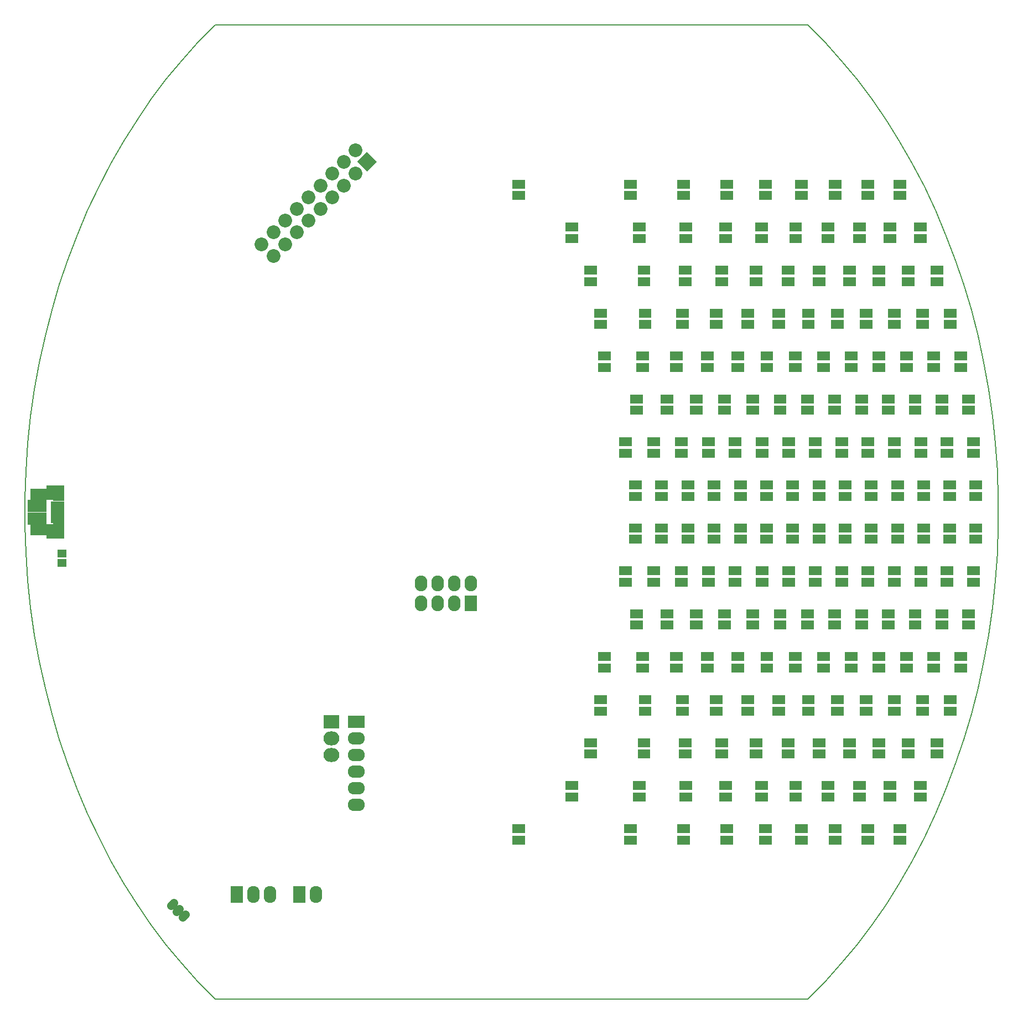
<source format=gts>
G04 #@! TF.FileFunction,Soldermask,Top*
%FSLAX46Y46*%
G04 Gerber Fmt 4.6, Leading zero omitted, Abs format (unit mm)*
G04 Created by KiCad (PCBNEW (2016-03-23 BZR 6647, Git bc699c8)-product) date Tue 29 Mar 2016 10:28:28 CEST*
%MOMM*%
G01*
G04 APERTURE LIST*
%ADD10C,0.100000*%
%ADD11C,0.150000*%
%ADD12R,0.975000X1.450000*%
%ADD13R,1.924000X2.599640*%
%ADD14O,1.924000X2.599640*%
%ADD15R,1.924000X2.398980*%
%ADD16O,1.924000X2.398980*%
%ADD17R,2.599640X1.924000*%
%ADD18O,2.599640X1.924000*%
%ADD19R,2.150060X0.798780*%
%ADD20R,2.899360X1.824940*%
%ADD21R,1.799540X2.398980*%
%ADD22R,2.851100X1.700480*%
%ADD23R,1.101040X2.226260*%
%ADD24R,1.400760X1.299160*%
%ADD25C,1.299160*%
%ADD26R,2.432000X2.127200*%
%ADD27O,2.432000X2.127200*%
%ADD28C,2.127200*%
G04 APERTURE END LIST*
D10*
D11*
X197948385Y-78128726D02*
X195352726Y-75500000D01*
X200448266Y-80901017D02*
X197948385Y-78128726D01*
X202847375Y-83811335D02*
X200448266Y-80901017D01*
X205140919Y-86853867D02*
X202847375Y-83811335D01*
X207324318Y-90022535D02*
X205140919Y-86853867D01*
X209393210Y-93311010D02*
X207324318Y-90022535D01*
X211343462Y-96712723D02*
X209393210Y-93311010D01*
X213171179Y-100220879D02*
X211343462Y-96712723D01*
X214872709Y-103828470D02*
X213171179Y-100220879D01*
X216444654Y-107528291D02*
X214872709Y-103828470D01*
X217883874Y-111312950D02*
X216444654Y-107528291D01*
X219187494Y-115174887D02*
X217883874Y-111312950D01*
X220352910Y-119106388D02*
X219187494Y-115174887D01*
X221377794Y-123099601D02*
X220352910Y-119106388D01*
X222260098Y-127146548D02*
X221377794Y-123099601D01*
X222998061Y-131239145D02*
X222260098Y-127146548D01*
X223590208Y-135369218D02*
X222998061Y-131239145D01*
X224035356Y-139528516D02*
X223590208Y-135369218D01*
X224332617Y-143708731D02*
X224035356Y-139528516D01*
X224481396Y-147901513D02*
X224332617Y-143708731D01*
X224481396Y-152098487D02*
X224481396Y-147901513D01*
X224332617Y-156291269D02*
X224481396Y-152098487D01*
X224035356Y-160471484D02*
X224332617Y-156291269D01*
X223590208Y-164630782D02*
X224035356Y-160471484D01*
X222998061Y-168760855D02*
X223590208Y-164630782D01*
X222260098Y-172853452D02*
X222998061Y-168760855D01*
X221377794Y-176900399D02*
X222260098Y-172853452D01*
X220352910Y-180893612D02*
X221377794Y-176900399D01*
X219187494Y-184825113D02*
X220352910Y-180893612D01*
X217883874Y-188687050D02*
X219187494Y-184825113D01*
X216444654Y-192471709D02*
X217883874Y-188687050D01*
X214872709Y-196171530D02*
X216444654Y-192471709D01*
X213171179Y-199779121D02*
X214872709Y-196171530D01*
X211343462Y-203287277D02*
X213171179Y-199779121D01*
X209393210Y-206688990D02*
X211343462Y-203287277D01*
X207324318Y-209977465D02*
X209393210Y-206688990D01*
X205140919Y-213146133D02*
X207324318Y-209977465D01*
X202847375Y-216188665D02*
X205140919Y-213146133D01*
X200448266Y-219098983D02*
X202847375Y-216188665D01*
X197948385Y-221871274D02*
X200448266Y-219098983D01*
X195352726Y-224500000D02*
X197948385Y-221871274D01*
X104647274Y-224500000D02*
X195352726Y-224500000D01*
X102051615Y-221871274D02*
X104647274Y-224500000D01*
X99551734Y-219098983D02*
X102051615Y-221871274D01*
X97152625Y-216188665D02*
X99551734Y-219098983D01*
X94859081Y-213146133D02*
X97152625Y-216188665D01*
X92675682Y-209977465D02*
X94859081Y-213146133D01*
X90606790Y-206688990D02*
X92675682Y-209977465D01*
X88656538Y-203287277D02*
X90606790Y-206688990D01*
X86828821Y-199779121D02*
X88656538Y-203287277D01*
X85127291Y-196171530D02*
X86828821Y-199779121D01*
X83555346Y-192471709D02*
X85127291Y-196171530D01*
X82116126Y-188687050D02*
X83555346Y-192471709D01*
X80812506Y-184825113D02*
X82116126Y-188687050D01*
X79647090Y-180893612D02*
X80812506Y-184825113D01*
X78622206Y-176900399D02*
X79647090Y-180893612D01*
X77739902Y-172853452D02*
X78622206Y-176900399D01*
X77001939Y-168760855D02*
X77739902Y-172853452D01*
X76409792Y-164630782D02*
X77001939Y-168760855D01*
X75964644Y-160471484D02*
X76409792Y-164630782D01*
X75667383Y-156291269D02*
X75964644Y-160471484D01*
X75518604Y-152098487D02*
X75667383Y-156291269D01*
X75518604Y-147901513D02*
X75518604Y-152098487D01*
X75667383Y-143708731D02*
X75518604Y-147901513D01*
X75964644Y-139528516D02*
X75667383Y-143708731D01*
X76409792Y-135369218D02*
X75964644Y-139528516D01*
X77001939Y-131239145D02*
X76409792Y-135369218D01*
X77739902Y-127146548D02*
X77001939Y-131239145D01*
X78622206Y-123099601D02*
X77739902Y-127146548D01*
X79647090Y-119106388D02*
X78622206Y-123099601D01*
X80812506Y-115174887D02*
X79647090Y-119106388D01*
X82116126Y-111312950D02*
X80812506Y-115174887D01*
X83555346Y-107528291D02*
X82116126Y-111312950D01*
X85127291Y-103828470D02*
X83555346Y-107528291D01*
X86828821Y-100220879D02*
X85127291Y-103828470D01*
X88656538Y-96712723D02*
X86828821Y-100220879D01*
X90606790Y-93311010D02*
X88656538Y-96712723D01*
X92675682Y-90022535D02*
X90606790Y-93311010D01*
X94859081Y-86853867D02*
X92675682Y-90022535D01*
X97152625Y-83811335D02*
X94859081Y-86853867D01*
X99551734Y-80901017D02*
X97152625Y-83811335D01*
X102051615Y-78128726D02*
X99551734Y-80901017D01*
X104647274Y-75500000D02*
X102051615Y-78128726D01*
X195352726Y-75500000D02*
X104647274Y-75500000D01*
D12*
X185707990Y-119556767D03*
X186632990Y-119556767D03*
X186632990Y-121306767D03*
X185707990Y-121306767D03*
D13*
X107920000Y-208500000D03*
D14*
X110460000Y-208500000D03*
X113000000Y-208500000D03*
D12*
X150604070Y-99844611D03*
X151529070Y-99844611D03*
X151529070Y-101594611D03*
X150604070Y-101594611D03*
X167704173Y-99844611D03*
X168629173Y-99844611D03*
X168629173Y-101594611D03*
X167704173Y-101594611D03*
X175822828Y-99844611D03*
X176747828Y-99844611D03*
X176747828Y-101594611D03*
X175822828Y-101594611D03*
X182458753Y-99844611D03*
X183383753Y-99844611D03*
X183383753Y-101594611D03*
X182458753Y-101594611D03*
X188379480Y-99844611D03*
X189304480Y-99844611D03*
X189304480Y-101594611D03*
X188379480Y-101594611D03*
X193872473Y-99844611D03*
X194797473Y-99844611D03*
X194797473Y-101594611D03*
X193872473Y-101594611D03*
X199080212Y-99844611D03*
X200005212Y-99844611D03*
X200005212Y-101594611D03*
X199080212Y-101594611D03*
X204084459Y-99844611D03*
X205009459Y-99844611D03*
X205009459Y-101594611D03*
X204084459Y-101594611D03*
X208936668Y-99844611D03*
X209861668Y-99844611D03*
X209861668Y-101594611D03*
X208936668Y-101594611D03*
X158740103Y-106415330D03*
X159665103Y-106415330D03*
X159665103Y-108165330D03*
X158740103Y-108165330D03*
X169071531Y-106415330D03*
X169996531Y-106415330D03*
X169996531Y-108165330D03*
X169071531Y-108165330D03*
X176192121Y-106415330D03*
X177117121Y-106415330D03*
X177117121Y-108165330D03*
X176192121Y-108165330D03*
X182269125Y-106415330D03*
X183194125Y-106415330D03*
X183194125Y-108165330D03*
X182269125Y-108165330D03*
X187803016Y-106415330D03*
X188728016Y-106415330D03*
X188728016Y-108165330D03*
X187803016Y-108165330D03*
X193001740Y-106415330D03*
X193926740Y-106415330D03*
X193926740Y-108165330D03*
X193001740Y-108165330D03*
X197973340Y-106415330D03*
X198898340Y-106415330D03*
X198898340Y-108165330D03*
X197973340Y-108165330D03*
X202781477Y-106415330D03*
X203706477Y-106415330D03*
X203706477Y-108165330D03*
X202781477Y-108165330D03*
X207466867Y-106415330D03*
X208391867Y-106415330D03*
X208391867Y-108165330D03*
X207466867Y-108165330D03*
X212057113Y-106415330D03*
X212982113Y-106415330D03*
X212982113Y-108165330D03*
X212057113Y-108165330D03*
X161615975Y-112986048D03*
X162540975Y-112986048D03*
X162540975Y-114736048D03*
X161615975Y-114736048D03*
X169805209Y-112986048D03*
X170730209Y-112986048D03*
X170730209Y-114736048D03*
X169805209Y-114736048D03*
X176139576Y-112986048D03*
X177064576Y-112986048D03*
X177064576Y-114736048D03*
X176139576Y-114736048D03*
X181733166Y-112986048D03*
X182658166Y-112986048D03*
X182658166Y-114736048D03*
X181733166Y-114736048D03*
X186920001Y-112986048D03*
X187845001Y-112986048D03*
X187845001Y-114736048D03*
X186920001Y-114736048D03*
X191849931Y-112986048D03*
X192774931Y-112986048D03*
X192774931Y-114736048D03*
X191849931Y-114736048D03*
X196603754Y-112986048D03*
X197528754Y-112986048D03*
X197528754Y-114736048D03*
X196603754Y-114736048D03*
X201230079Y-112986048D03*
X202155079Y-112986048D03*
X202155079Y-114736048D03*
X201230079Y-114736048D03*
X205760388Y-112986048D03*
X206685388Y-112986048D03*
X206685388Y-114736048D03*
X205760388Y-114736048D03*
X210216192Y-112986048D03*
X211141192Y-112986048D03*
X211141192Y-114736048D03*
X210216192Y-114736048D03*
X214612796Y-112986048D03*
X215537796Y-112986048D03*
X215537796Y-114736048D03*
X214612796Y-114736048D03*
X163129502Y-119556767D03*
X164054502Y-119556767D03*
X164054502Y-121306767D03*
X163129502Y-121306767D03*
X169973570Y-119556767D03*
X170898570Y-119556767D03*
X170898570Y-121306767D03*
X169973570Y-121306767D03*
X175662649Y-119556767D03*
X176587649Y-119556767D03*
X176587649Y-121306767D03*
X175662649Y-121306767D03*
X180833089Y-119556767D03*
X181758089Y-119556767D03*
X181758089Y-121306767D03*
X180833089Y-121306767D03*
X190393280Y-119556767D03*
X191318280Y-119556767D03*
X191318280Y-121306767D03*
X190393280Y-121306767D03*
X194947689Y-119556767D03*
X195872689Y-119556767D03*
X195872689Y-121306767D03*
X194947689Y-121306767D03*
X199407087Y-119556767D03*
X200332087Y-119556767D03*
X200332087Y-121306767D03*
X199407087Y-121306767D03*
X203794906Y-119556767D03*
X204719906Y-119556767D03*
X204719906Y-121306767D03*
X203794906Y-121306767D03*
X208127231Y-119556767D03*
X209052231Y-119556767D03*
X209052231Y-121306767D03*
X208127231Y-121306767D03*
X212415533Y-119556767D03*
X213340533Y-119556767D03*
X213340533Y-121306767D03*
X212415533Y-121306767D03*
X216668249Y-119556767D03*
X217593249Y-119556767D03*
X217593249Y-121306767D03*
X216668249Y-121306767D03*
X163723648Y-126127485D03*
X164648648Y-126127485D03*
X164648648Y-127877485D03*
X163723648Y-127877485D03*
X169590860Y-126127485D03*
X170515860Y-126127485D03*
X170515860Y-127877485D03*
X169590860Y-127877485D03*
X174737256Y-126127485D03*
X175662256Y-126127485D03*
X175662256Y-127877485D03*
X174737256Y-127877485D03*
X179536136Y-126127485D03*
X180461136Y-126127485D03*
X180461136Y-127877485D03*
X179536136Y-127877485D03*
X184132422Y-126127485D03*
X185057422Y-126127485D03*
X185057422Y-127877485D03*
X184132422Y-127877485D03*
X188597698Y-126127485D03*
X189522698Y-126127485D03*
X189522698Y-127877485D03*
X188597698Y-127877485D03*
X192972388Y-126127485D03*
X193897388Y-126127485D03*
X193897388Y-127877485D03*
X192972388Y-127877485D03*
X197281400Y-126127485D03*
X198206400Y-126127485D03*
X198206400Y-127877485D03*
X197281400Y-127877485D03*
X201541062Y-126127485D03*
X202466062Y-126127485D03*
X202466062Y-127877485D03*
X201541062Y-127877485D03*
X205762591Y-126127485D03*
X206687591Y-126127485D03*
X206687591Y-127877485D03*
X205762591Y-127877485D03*
X209953982Y-126127485D03*
X210878982Y-126127485D03*
X210878982Y-127877485D03*
X209953982Y-127877485D03*
X214121103Y-126127485D03*
X215046103Y-126127485D03*
X215046103Y-127877485D03*
X214121103Y-127877485D03*
X218268368Y-126127485D03*
X219193368Y-126127485D03*
X219193368Y-127877485D03*
X218268368Y-127877485D03*
X168623957Y-132698204D03*
X169548957Y-132698204D03*
X169548957Y-134448204D03*
X168623957Y-134448204D03*
X173311084Y-132698204D03*
X174236084Y-132698204D03*
X174236084Y-134448204D03*
X173311084Y-134448204D03*
X177787699Y-132698204D03*
X178712699Y-132698204D03*
X178712699Y-134448204D03*
X177787699Y-134448204D03*
X182140632Y-132698204D03*
X183065632Y-132698204D03*
X183065632Y-134448204D03*
X182140632Y-134448204D03*
X186413707Y-132698204D03*
X187338707Y-132698204D03*
X187338707Y-134448204D03*
X186413707Y-134448204D03*
X190631844Y-132698204D03*
X191556844Y-132698204D03*
X191556844Y-134448204D03*
X190631844Y-134448204D03*
X194810401Y-132698204D03*
X195735401Y-132698204D03*
X195735401Y-134448204D03*
X194810401Y-134448204D03*
X198959419Y-132698204D03*
X199884419Y-132698204D03*
X199884419Y-134448204D03*
X198959419Y-134448204D03*
X203085763Y-132698204D03*
X204010763Y-132698204D03*
X204010763Y-134448204D03*
X203085763Y-134448204D03*
X207194303Y-132698204D03*
X208119303Y-132698204D03*
X208119303Y-134448204D03*
X207194303Y-134448204D03*
X211288592Y-132698204D03*
X212213592Y-132698204D03*
X212213592Y-134448204D03*
X211288592Y-134448204D03*
X215371290Y-132698204D03*
X216296290Y-132698204D03*
X216296290Y-134448204D03*
X215371290Y-134448204D03*
X219444426Y-132698204D03*
X220369426Y-132698204D03*
X220369426Y-134448204D03*
X219444426Y-134448204D03*
X166975957Y-139268922D03*
X167900957Y-139268922D03*
X167900957Y-141018922D03*
X166975957Y-141018922D03*
X171285838Y-139268922D03*
X172210838Y-139268922D03*
X172210838Y-141018922D03*
X171285838Y-141018922D03*
X175496712Y-139268922D03*
X176421712Y-139268922D03*
X176421712Y-141018922D03*
X175496712Y-141018922D03*
X179650141Y-139268922D03*
X180575141Y-139268922D03*
X180575141Y-141018922D03*
X179650141Y-141018922D03*
X183767043Y-139268922D03*
X184692043Y-139268922D03*
X184692043Y-141018922D03*
X183767043Y-141018922D03*
X187859191Y-139268922D03*
X188784191Y-139268922D03*
X188784191Y-141018922D03*
X187859191Y-141018922D03*
X191933756Y-139268922D03*
X192858756Y-139268922D03*
X192858756Y-141018922D03*
X191933756Y-141018922D03*
X195995362Y-139268922D03*
X196920362Y-139268922D03*
X196920362Y-141018922D03*
X195995362Y-141018922D03*
X200047137Y-139268922D03*
X200972137Y-139268922D03*
X200972137Y-141018922D03*
X200047137Y-141018922D03*
X204091270Y-139268922D03*
X205016270Y-139268922D03*
X205016270Y-141018922D03*
X204091270Y-141018922D03*
X208129345Y-139268922D03*
X209054345Y-139268922D03*
X209054345Y-141018922D03*
X208129345Y-141018922D03*
X212162533Y-139268922D03*
X213087533Y-139268922D03*
X213087533Y-141018922D03*
X212162533Y-141018922D03*
X216191721Y-139268922D03*
X217116721Y-139268922D03*
X217116721Y-141018922D03*
X216191721Y-141018922D03*
X220217594Y-139268922D03*
X221142594Y-139268922D03*
X221142594Y-141018922D03*
X220217594Y-141018922D03*
X168470235Y-145839641D03*
X169395235Y-145839641D03*
X169395235Y-147589641D03*
X168470235Y-147589641D03*
X172501361Y-145839641D03*
X173426361Y-145839641D03*
X173426361Y-147589641D03*
X172501361Y-147589641D03*
X176523225Y-145839641D03*
X177448225Y-145839641D03*
X177448225Y-147589641D03*
X176523225Y-147589641D03*
X180539432Y-145839641D03*
X181464432Y-145839641D03*
X181464432Y-147589641D03*
X180539432Y-147589641D03*
X184551929Y-145839641D03*
X185476929Y-145839641D03*
X185476929Y-147589641D03*
X184551929Y-147589641D03*
X188561861Y-145839641D03*
X189486861Y-145839641D03*
X189486861Y-147589641D03*
X188561861Y-147589641D03*
X192569943Y-145839641D03*
X193494943Y-145839641D03*
X193494943Y-147589641D03*
X192569943Y-147589641D03*
X196576650Y-145839641D03*
X197501650Y-145839641D03*
X197501650Y-147589641D03*
X196576650Y-147589641D03*
X200582305Y-145839641D03*
X201507305Y-145839641D03*
X201507305Y-147589641D03*
X200582305Y-147589641D03*
X204587137Y-145839641D03*
X205512137Y-145839641D03*
X205512137Y-147589641D03*
X204587137Y-147589641D03*
X208591314Y-145839641D03*
X209516314Y-145839641D03*
X209516314Y-147589641D03*
X208591314Y-147589641D03*
X212594961Y-145839641D03*
X213519961Y-145839641D03*
X213519961Y-147589641D03*
X212594961Y-147589641D03*
X216598173Y-145839641D03*
X217523173Y-145839641D03*
X217523173Y-147589641D03*
X216598173Y-147589641D03*
X220601023Y-145839641D03*
X221526023Y-145839641D03*
X221526023Y-147589641D03*
X220601023Y-147589641D03*
X168470235Y-152410359D03*
X169395235Y-152410359D03*
X169395235Y-154160359D03*
X168470235Y-154160359D03*
X172501361Y-152410359D03*
X173426361Y-152410359D03*
X173426361Y-154160359D03*
X172501361Y-154160359D03*
X176523225Y-152410359D03*
X177448225Y-152410359D03*
X177448225Y-154160359D03*
X176523225Y-154160359D03*
X180539432Y-152410359D03*
X181464432Y-152410359D03*
X181464432Y-154160359D03*
X180539432Y-154160359D03*
X184551929Y-152410359D03*
X185476929Y-152410359D03*
X185476929Y-154160359D03*
X184551929Y-154160359D03*
X188561861Y-152410359D03*
X189486861Y-152410359D03*
X189486861Y-154160359D03*
X188561861Y-154160359D03*
X192569943Y-152410359D03*
X193494943Y-152410359D03*
X193494943Y-154160359D03*
X192569943Y-154160359D03*
X196576650Y-152410359D03*
X197501650Y-152410359D03*
X197501650Y-154160359D03*
X196576650Y-154160359D03*
X200582305Y-152410359D03*
X201507305Y-152410359D03*
X201507305Y-154160359D03*
X200582305Y-154160359D03*
X204587137Y-152410359D03*
X205512137Y-152410359D03*
X205512137Y-154160359D03*
X204587137Y-154160359D03*
X208591314Y-152410359D03*
X209516314Y-152410359D03*
X209516314Y-154160359D03*
X208591314Y-154160359D03*
X212594961Y-152410359D03*
X213519961Y-152410359D03*
X213519961Y-154160359D03*
X212594961Y-154160359D03*
X216598173Y-152410359D03*
X217523173Y-152410359D03*
X217523173Y-154160359D03*
X216598173Y-154160359D03*
X220601023Y-152410359D03*
X221526023Y-152410359D03*
X221526023Y-154160359D03*
X220601023Y-154160359D03*
X166975957Y-158981078D03*
X167900957Y-158981078D03*
X167900957Y-160731078D03*
X166975957Y-160731078D03*
X171285838Y-158981078D03*
X172210838Y-158981078D03*
X172210838Y-160731078D03*
X171285838Y-160731078D03*
X175496712Y-158981078D03*
X176421712Y-158981078D03*
X176421712Y-160731078D03*
X175496712Y-160731078D03*
X179650141Y-158981078D03*
X180575141Y-158981078D03*
X180575141Y-160731078D03*
X179650141Y-160731078D03*
X183767043Y-158981078D03*
X184692043Y-158981078D03*
X184692043Y-160731078D03*
X183767043Y-160731078D03*
X187859191Y-158981078D03*
X188784191Y-158981078D03*
X188784191Y-160731078D03*
X187859191Y-160731078D03*
X191933756Y-158981078D03*
X192858756Y-158981078D03*
X192858756Y-160731078D03*
X191933756Y-160731078D03*
X195995362Y-158981078D03*
X196920362Y-158981078D03*
X196920362Y-160731078D03*
X195995362Y-160731078D03*
X200047137Y-158981078D03*
X200972137Y-158981078D03*
X200972137Y-160731078D03*
X200047137Y-160731078D03*
X204091270Y-158981078D03*
X205016270Y-158981078D03*
X205016270Y-160731078D03*
X204091270Y-160731078D03*
X208129345Y-158981078D03*
X209054345Y-158981078D03*
X209054345Y-160731078D03*
X208129345Y-160731078D03*
X212162533Y-158981078D03*
X213087533Y-158981078D03*
X213087533Y-160731078D03*
X212162533Y-160731078D03*
X216191721Y-158981078D03*
X217116721Y-158981078D03*
X217116721Y-160731078D03*
X216191721Y-160731078D03*
X220217594Y-158981078D03*
X221142594Y-158981078D03*
X221142594Y-160731078D03*
X220217594Y-160731078D03*
X168623957Y-165551796D03*
X169548957Y-165551796D03*
X169548957Y-167301796D03*
X168623957Y-167301796D03*
X173311084Y-165551796D03*
X174236084Y-165551796D03*
X174236084Y-167301796D03*
X173311084Y-167301796D03*
X177787699Y-165551796D03*
X178712699Y-165551796D03*
X178712699Y-167301796D03*
X177787699Y-167301796D03*
X182140632Y-165551796D03*
X183065632Y-165551796D03*
X183065632Y-167301796D03*
X182140632Y-167301796D03*
X186413707Y-165551796D03*
X187338707Y-165551796D03*
X187338707Y-167301796D03*
X186413707Y-167301796D03*
X190631844Y-165551796D03*
X191556844Y-165551796D03*
X191556844Y-167301796D03*
X190631844Y-167301796D03*
X194810401Y-165551796D03*
X195735401Y-165551796D03*
X195735401Y-167301796D03*
X194810401Y-167301796D03*
X198959419Y-165551796D03*
X199884419Y-165551796D03*
X199884419Y-167301796D03*
X198959419Y-167301796D03*
X203085763Y-165551796D03*
X204010763Y-165551796D03*
X204010763Y-167301796D03*
X203085763Y-167301796D03*
X207194303Y-165551796D03*
X208119303Y-165551796D03*
X208119303Y-167301796D03*
X207194303Y-167301796D03*
X211288592Y-165551796D03*
X212213592Y-165551796D03*
X212213592Y-167301796D03*
X211288592Y-167301796D03*
X215371290Y-165551796D03*
X216296290Y-165551796D03*
X216296290Y-167301796D03*
X215371290Y-167301796D03*
X219444426Y-165551796D03*
X220369426Y-165551796D03*
X220369426Y-167301796D03*
X219444426Y-167301796D03*
X163723648Y-172122515D03*
X164648648Y-172122515D03*
X164648648Y-173872515D03*
X163723648Y-173872515D03*
X169590860Y-172122515D03*
X170515860Y-172122515D03*
X170515860Y-173872515D03*
X169590860Y-173872515D03*
X174737256Y-172122515D03*
X175662256Y-172122515D03*
X175662256Y-173872515D03*
X174737256Y-173872515D03*
X179536136Y-172122515D03*
X180461136Y-172122515D03*
X180461136Y-173872515D03*
X179536136Y-173872515D03*
X184132422Y-172122515D03*
X185057422Y-172122515D03*
X185057422Y-173872515D03*
X184132422Y-173872515D03*
X188597698Y-172122515D03*
X189522698Y-172122515D03*
X189522698Y-173872515D03*
X188597698Y-173872515D03*
X192972388Y-172122515D03*
X193897388Y-172122515D03*
X193897388Y-173872515D03*
X192972388Y-173872515D03*
X197281400Y-172122515D03*
X198206400Y-172122515D03*
X198206400Y-173872515D03*
X197281400Y-173872515D03*
X201541062Y-172122515D03*
X202466062Y-172122515D03*
X202466062Y-173872515D03*
X201541062Y-173872515D03*
X205762591Y-172122515D03*
X206687591Y-172122515D03*
X206687591Y-173872515D03*
X205762591Y-173872515D03*
X209953982Y-172122515D03*
X210878982Y-172122515D03*
X210878982Y-173872515D03*
X209953982Y-173872515D03*
X214121103Y-172122515D03*
X215046103Y-172122515D03*
X215046103Y-173872515D03*
X214121103Y-173872515D03*
X218268368Y-172122515D03*
X219193368Y-172122515D03*
X219193368Y-173872515D03*
X218268368Y-173872515D03*
X163129502Y-178693233D03*
X164054502Y-178693233D03*
X164054502Y-180443233D03*
X163129502Y-180443233D03*
X169973570Y-178693233D03*
X170898570Y-178693233D03*
X170898570Y-180443233D03*
X169973570Y-180443233D03*
X175662649Y-178693233D03*
X176587649Y-178693233D03*
X176587649Y-180443233D03*
X175662649Y-180443233D03*
X180833089Y-178693233D03*
X181758089Y-178693233D03*
X181758089Y-180443233D03*
X180833089Y-180443233D03*
X185707990Y-178693233D03*
X186632990Y-178693233D03*
X186632990Y-180443233D03*
X185707990Y-180443233D03*
X190393280Y-178693233D03*
X191318280Y-178693233D03*
X191318280Y-180443233D03*
X190393280Y-180443233D03*
X194947689Y-178693233D03*
X195872689Y-178693233D03*
X195872689Y-180443233D03*
X194947689Y-180443233D03*
X199407087Y-178693233D03*
X200332087Y-178693233D03*
X200332087Y-180443233D03*
X199407087Y-180443233D03*
X203794906Y-178693233D03*
X204719906Y-178693233D03*
X204719906Y-180443233D03*
X203794906Y-180443233D03*
X208127231Y-178693233D03*
X209052231Y-178693233D03*
X209052231Y-180443233D03*
X208127231Y-180443233D03*
X212415533Y-178693233D03*
X213340533Y-178693233D03*
X213340533Y-180443233D03*
X212415533Y-180443233D03*
X216668249Y-178693233D03*
X217593249Y-178693233D03*
X217593249Y-180443233D03*
X216668249Y-180443233D03*
X161615975Y-185263952D03*
X162540975Y-185263952D03*
X162540975Y-187013952D03*
X161615975Y-187013952D03*
X169805209Y-185263952D03*
X170730209Y-185263952D03*
X170730209Y-187013952D03*
X169805209Y-187013952D03*
X176139576Y-185263952D03*
X177064576Y-185263952D03*
X177064576Y-187013952D03*
X176139576Y-187013952D03*
X181733166Y-185263952D03*
X182658166Y-185263952D03*
X182658166Y-187013952D03*
X181733166Y-187013952D03*
X186920001Y-185263952D03*
X187845001Y-185263952D03*
X187845001Y-187013952D03*
X186920001Y-187013952D03*
X191849931Y-185263952D03*
X192774931Y-185263952D03*
X192774931Y-187013952D03*
X191849931Y-187013952D03*
X196603754Y-185263952D03*
X197528754Y-185263952D03*
X197528754Y-187013952D03*
X196603754Y-187013952D03*
X201230079Y-185263952D03*
X202155079Y-185263952D03*
X202155079Y-187013952D03*
X201230079Y-187013952D03*
X205760388Y-185263952D03*
X206685388Y-185263952D03*
X206685388Y-187013952D03*
X205760388Y-187013952D03*
X210216192Y-185263952D03*
X211141192Y-185263952D03*
X211141192Y-187013952D03*
X210216192Y-187013952D03*
X214612796Y-185263952D03*
X215537796Y-185263952D03*
X215537796Y-187013952D03*
X214612796Y-187013952D03*
X158740103Y-191834670D03*
X159665103Y-191834670D03*
X159665103Y-193584670D03*
X158740103Y-193584670D03*
X169071531Y-191834670D03*
X169996531Y-191834670D03*
X169996531Y-193584670D03*
X169071531Y-193584670D03*
X176192121Y-191834670D03*
X177117121Y-191834670D03*
X177117121Y-193584670D03*
X176192121Y-193584670D03*
X182269125Y-191834670D03*
X183194125Y-191834670D03*
X183194125Y-193584670D03*
X182269125Y-193584670D03*
X187803016Y-191834670D03*
X188728016Y-191834670D03*
X188728016Y-193584670D03*
X187803016Y-193584670D03*
X193001740Y-191834670D03*
X193926740Y-191834670D03*
X193926740Y-193584670D03*
X193001740Y-193584670D03*
X197973340Y-191834670D03*
X198898340Y-191834670D03*
X198898340Y-193584670D03*
X197973340Y-193584670D03*
X202781477Y-191834670D03*
X203706477Y-191834670D03*
X203706477Y-193584670D03*
X202781477Y-193584670D03*
X207466867Y-191834670D03*
X208391867Y-191834670D03*
X208391867Y-193584670D03*
X207466867Y-193584670D03*
X212057113Y-191834670D03*
X212982113Y-191834670D03*
X212982113Y-193584670D03*
X212057113Y-193584670D03*
X150604070Y-198405389D03*
X151529070Y-198405389D03*
X151529070Y-200155389D03*
X150604070Y-200155389D03*
X167704173Y-198405389D03*
X168629173Y-198405389D03*
X168629173Y-200155389D03*
X167704173Y-200155389D03*
X175822828Y-198405389D03*
X176747828Y-198405389D03*
X176747828Y-200155389D03*
X175822828Y-200155389D03*
X182458753Y-198405389D03*
X183383753Y-198405389D03*
X183383753Y-200155389D03*
X182458753Y-200155389D03*
X188379480Y-198405389D03*
X189304480Y-198405389D03*
X189304480Y-200155389D03*
X188379480Y-200155389D03*
X193872473Y-198405389D03*
X194797473Y-198405389D03*
X194797473Y-200155389D03*
X193872473Y-200155389D03*
X199080212Y-198405389D03*
X200005212Y-198405389D03*
X200005212Y-200155389D03*
X199080212Y-200155389D03*
X204084459Y-198405389D03*
X205009459Y-198405389D03*
X205009459Y-200155389D03*
X204084459Y-200155389D03*
X208936668Y-198405389D03*
X209861668Y-198405389D03*
X209861668Y-200155389D03*
X208936668Y-200155389D03*
D15*
X143750000Y-163948920D03*
D16*
X143750000Y-160911080D03*
X141210000Y-163948920D03*
X141210000Y-160911080D03*
X138670000Y-163948920D03*
X138670000Y-160911080D03*
X136130000Y-163948920D03*
X136130000Y-160911080D03*
D17*
X126238000Y-182118000D03*
D18*
X126238000Y-184658000D03*
X126238000Y-187198000D03*
X126238000Y-189738000D03*
X126238000Y-192278000D03*
X126238000Y-194818000D03*
D13*
X117480000Y-208500000D03*
D14*
X120020000Y-208500000D03*
D19*
X80500000Y-148699520D03*
X80500000Y-149349760D03*
X80500000Y-150000000D03*
X80500000Y-150650240D03*
X80500000Y-151300480D03*
D20*
X77426600Y-149037340D03*
X77426600Y-150962660D03*
D21*
X80705740Y-147099320D03*
X80705740Y-152900680D03*
D22*
X77825380Y-147274580D03*
D23*
X79374780Y-147012960D03*
X79374780Y-152987040D03*
D22*
X77825380Y-152725420D03*
D24*
X81240000Y-157811840D03*
X81240000Y-156308160D03*
D25*
X99164806Y-210659142D02*
X98739142Y-211084806D01*
X98266781Y-209761117D02*
X97841117Y-210186781D01*
X100062832Y-211557168D02*
X99637168Y-211982832D01*
D26*
X122428000Y-182118000D03*
D27*
X122428000Y-184658000D03*
X122428000Y-187198000D03*
D10*
G36*
X129384414Y-96411846D02*
X127880256Y-97916004D01*
X126376098Y-96411846D01*
X127880256Y-94907688D01*
X129384414Y-96411846D01*
X129384414Y-96411846D01*
G37*
D28*
X126084205Y-94615795D02*
X126084205Y-94615795D01*
X126084205Y-98207897D02*
X126084205Y-98207897D01*
X124288154Y-96411846D02*
X124288154Y-96411846D01*
X124288154Y-100003948D02*
X124288154Y-100003948D01*
X122492102Y-98207897D02*
X122492102Y-98207897D01*
X122492102Y-101800000D02*
X122492102Y-101800000D01*
X120696051Y-100003948D02*
X120696051Y-100003948D01*
X120696051Y-103596051D02*
X120696051Y-103596051D01*
X118900000Y-101800000D02*
X118900000Y-101800000D01*
X118900000Y-105392102D02*
X118900000Y-105392102D01*
X117103949Y-103596051D02*
X117103949Y-103596051D01*
X117103949Y-107188153D02*
X117103949Y-107188153D01*
X115307897Y-105392102D02*
X115307897Y-105392102D01*
X115307897Y-108984205D02*
X115307897Y-108984205D01*
X113511846Y-107188153D02*
X113511846Y-107188153D01*
X113511846Y-110780256D02*
X113511846Y-110780256D01*
X111715795Y-108984205D02*
X111715795Y-108984205D01*
M02*

</source>
